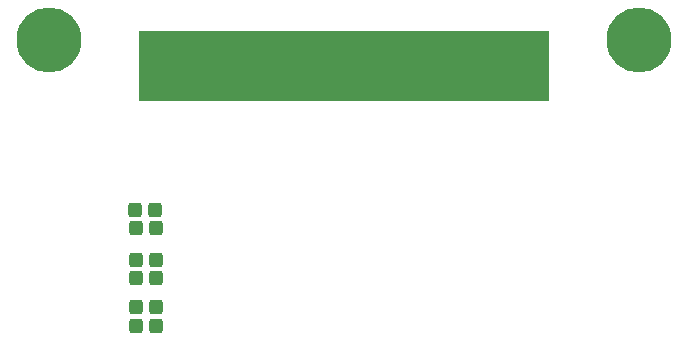
<source format=gbs>
G04*
G04 #@! TF.GenerationSoftware,Altium Limited,Altium Designer,23.0.1 (38)*
G04*
G04 Layer_Color=16711935*
%FSLAX45Y45*%
%MOMM*%
G71*
G04*
G04 #@! TF.SameCoordinates,E124BC29-41F8-45E3-8FB8-A4B905A5A323*
G04*
G04*
G04 #@! TF.FilePolarity,Negative*
G04*
G01*
G75*
%ADD25R,34.79998X5.97499*%
G04:AMPARAMS|DCode=31|XSize=1.2032mm|YSize=1.1032mm|CornerRadius=0.2141mm|HoleSize=0mm|Usage=FLASHONLY|Rotation=270.000|XOffset=0mm|YOffset=0mm|HoleType=Round|Shape=RoundedRectangle|*
%AMROUNDEDRECTD31*
21,1,1.20320,0.67500,0,0,270.0*
21,1,0.77500,1.10320,0,0,270.0*
1,1,0.42820,-0.33750,-0.38750*
1,1,0.42820,-0.33750,0.38750*
1,1,0.42820,0.33750,0.38750*
1,1,0.42820,0.33750,-0.38750*
%
%ADD31ROUNDEDRECTD31*%
%ADD35R,0.90320X4.40320*%
%ADD37R,0.90320X4.40319*%
%ADD39C,5.50320*%
%ADD40C,0.55880*%
D25*
X10802501Y9688991D02*
D03*
D31*
X9036857Y7647986D02*
D03*
X9206857D02*
D03*
X9038402Y8050193D02*
D03*
X9208401D02*
D03*
X9208394Y7493683D02*
D03*
X9038394D02*
D03*
X9208394Y7896570D02*
D03*
X9038394D02*
D03*
X9205873Y8320000D02*
D03*
X9035873D02*
D03*
X9035065Y8475489D02*
D03*
X9205065D02*
D03*
D35*
X9952498Y9612740D02*
D03*
X10152503D02*
D03*
X10452502D02*
D03*
X9152500D02*
D03*
X9452499D02*
D03*
X9752498D02*
D03*
X9652499D02*
D03*
X9252499D02*
D03*
X9552499D02*
D03*
X10252502D02*
D03*
X10052498D02*
D03*
X9352499D02*
D03*
X10352502D02*
D03*
X9852498D02*
D03*
X10652502D02*
D03*
X11652500D02*
D03*
X10752501D02*
D03*
X11052501D02*
D03*
X12352498D02*
D03*
X12152499D02*
D03*
X11452500D02*
D03*
X11752499D02*
D03*
X11152501D02*
D03*
X10852501D02*
D03*
X11952499D02*
D03*
X11852499D02*
D03*
X11552500D02*
D03*
X12252498D02*
D03*
X12052499D02*
D03*
X10952501D02*
D03*
X10552502D02*
D03*
D37*
X12452503D02*
D03*
D39*
X8302500Y9912740D02*
D03*
X13302499D02*
D03*
D40*
X8450148Y9765091D02*
D03*
X8511306Y9912740D02*
D03*
X8450148Y10060388D02*
D03*
X8302500Y10121546D02*
D03*
D03*
X8154852Y10060388D02*
D03*
X8093694Y9912740D02*
D03*
X8154852Y9765091D02*
D03*
X8302500Y9703934D02*
D03*
X13450148Y9765091D02*
D03*
X13511307Y9912740D02*
D03*
X13450148Y10060388D02*
D03*
X13302499Y10121546D02*
D03*
D03*
X13154852Y10060388D02*
D03*
X13093694Y9912740D02*
D03*
X13154852Y9765091D02*
D03*
X13302499Y9703934D02*
D03*
M02*

</source>
